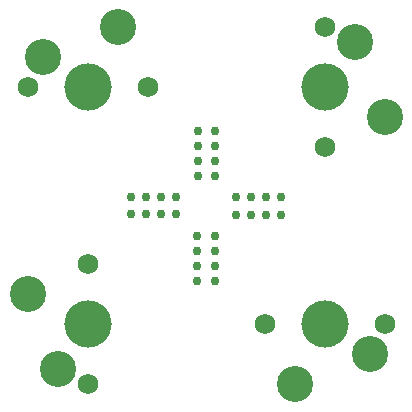
<source format=gbr>
%TF.GenerationSoftware,KiCad,Pcbnew,7.0.7*%
%TF.CreationDate,2023-09-11T19:57:54+10:00*%
%TF.ProjectId,jigsaw,6a696773-6177-42e6-9b69-6361645f7063,rev?*%
%TF.SameCoordinates,Original*%
%TF.FileFunction,Soldermask,Top*%
%TF.FilePolarity,Negative*%
%FSLAX46Y46*%
G04 Gerber Fmt 4.6, Leading zero omitted, Abs format (unit mm)*
G04 Created by KiCad (PCBNEW 7.0.7) date 2023-09-11 19:57:54*
%MOMM*%
%LPD*%
G01*
G04 APERTURE LIST*
%ADD10C,1.750000*%
%ADD11C,3.050000*%
%ADD12C,4.000000*%
%ADD13C,0.750000*%
G04 APERTURE END LIST*
D10*
%TO.C,SW1*%
X37792238Y-59907740D03*
D11*
X35252238Y-58637740D03*
D12*
X37792238Y-54827740D03*
D11*
X32712238Y-52287740D03*
D10*
X37792238Y-49747740D03*
%TD*%
%TO.C,SW1*%
X62919978Y-54843502D03*
D11*
X61649978Y-57383502D03*
D12*
X57839978Y-54843502D03*
D11*
X55299978Y-59923502D03*
D10*
X52759978Y-54843502D03*
%TD*%
%TO.C,SW1*%
X57855740Y-29715762D03*
D11*
X60395740Y-30985762D03*
D12*
X57855740Y-34795762D03*
D11*
X62935740Y-37335762D03*
D10*
X57855740Y-39875762D03*
%TD*%
%TO.C,SW1*%
X32728000Y-34780000D03*
D11*
X33998000Y-32240000D03*
D12*
X37808000Y-34780000D03*
D11*
X40348000Y-29700000D03*
D10*
X42888000Y-34780000D03*
%TD*%
D13*
%TO.C,REF\u002A\u002A*%
X48522978Y-51158502D03*
X48522978Y-49888502D03*
X48522978Y-48618502D03*
X48522978Y-47348502D03*
X47072978Y-51158502D03*
X47072978Y-49888502D03*
X47072978Y-48618502D03*
X47072978Y-47348502D03*
%TD*%
%TO.C,REF\u002A\u002A*%
X41477238Y-45510740D03*
X42747238Y-45510740D03*
X44017238Y-45510740D03*
X45287238Y-45510740D03*
X41477238Y-44060740D03*
X42747238Y-44060740D03*
X44017238Y-44060740D03*
X45287238Y-44060740D03*
%TD*%
%TO.C,REF\u002A\u002A*%
X54170740Y-44112762D03*
X52900740Y-44112762D03*
X51630740Y-44112762D03*
X50360740Y-44112762D03*
X54170740Y-45562762D03*
X52900740Y-45562762D03*
X51630740Y-45562762D03*
X50360740Y-45562762D03*
%TD*%
%TO.C,REF\u002A\u002A*%
X47125000Y-42275000D03*
X47125000Y-41005000D03*
X47125000Y-39735000D03*
X47125000Y-38465000D03*
X48575000Y-41005000D03*
X48575000Y-38465000D03*
X48575000Y-42275000D03*
X48575000Y-39735000D03*
%TD*%
M02*

</source>
